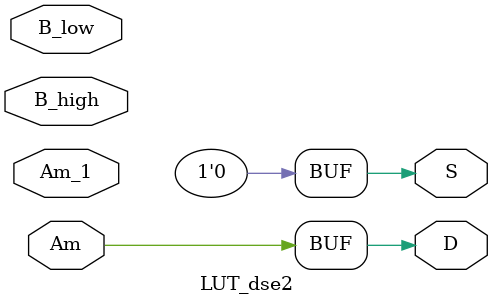
<source format=v>
`timescale 1ns/1ns
module LUT_dse2(
    input           Am          ,
    input           B_low       ,
    input           Am_1        ,
    input           B_high      ,
    output          S           ,
    output          D           //           
);

	assign D = Am;
	assign S = 1'b0;

endmodule // LUT_dse2


</source>
